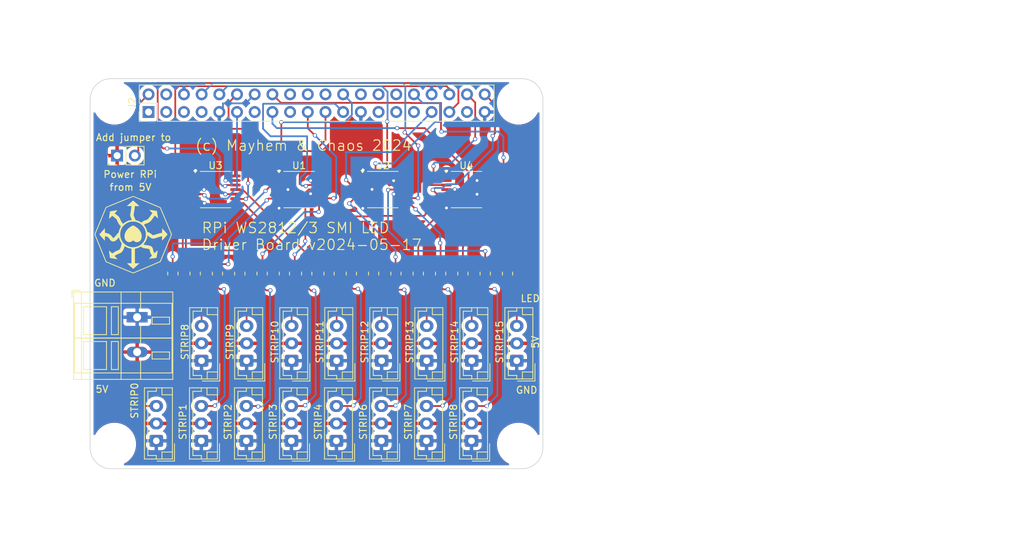
<source format=kicad_pcb>
(kicad_pcb (version 20240108) (generator "pcbnew") (generator_version "8.0")
  (layers (0 "F.Cu" signal) (31 "B.Cu" signal) (34 "B.Paste" user) (35 "F.Paste" user) (36 "B.SilkS" user "B.Silkscreen") (37 "F.SilkS" user "F.Silkscreen") (38 "B.Mask" user) (39 "F.Mask" user) (44 "Edge.Cuts" user))
  (net 0 "")
  (net 1 "/RPI_5V")
  (net 2 "Net-(J10-Pin_3)")
  (net 3 "Net-(J3-Pin_3)")
  (net 4 "Net-(J4-Pin_3)")
  (net 5 "Net-(J5-Pin_3)")
  (net 6 "Net-(J6-Pin_3)")
  (net 7 "Net-(J7-Pin_3)")
  (net 8 "Net-(J8-Pin_3)")
  (net 9 "Net-(J9-Pin_3)")
  (net 10 "Net-(J11-Pin_3)")
  (net 11 "Net-(J12-Pin_3)")
  (net 12 "Net-(J13-Pin_3)")
  (net 13 "Net-(J14-Pin_3)")
  (net 14 "Net-(J15-Pin_3)")
  (net 15 "Net-(J16-Pin_3)")
  (net 16 "Net-(J17-Pin_3)")
  (net 17 "Net-(JJ1-Pin_3)")
  (net 18 "/SHIFT6")
  (net 19 "/SHIFT8")
  (net 21 "/SHIFT4")
  (net 22 "/SHIFT12")
  (net 23 "/SHIFT11")
  (net 24 "/GND")
  (net 25 "/SHIFT14")
  (net 26 "/5V")
  (net 27 "/SHIFT13")
  (net 29 "/SHIFT9")
  (net 30 "/SHIFT3")
  (net 32 "/SHIFT10")
  (net 34 "/SHIFT15")
  (net 36 "/SHIFT7")
  (net 42 "/SHIFT2")
  (net 43 "/SHIFT5")
  (net 44 "/SHIFT1")
  (net 45 "/SHIFT0")
  (net 50 "/STRIP0")
  (net 51 "/STRIP1")
  (net 52 "/STRIP2")
  (net 53 "/STRIP3")
  (net 54 "/STRIP4")
  (net 55 "/STRIP5")
  (net 56 "/STRIP6")
  (net 57 "/STRIP7")
  (net 58 "/STRIP8")
  (net 59 "/STRIP9")
  (net 60 "/STRIP10")
  (net 61 "/STRIP11")
  (net 62 "/STRIP12")
  (net 63 "/STRIP13")
  (net 64 "/STRIP14")
  (net 65 "/STRIP15")
  (footprint "Connector_JST:JST_EH_B3B-EH-A_1x03_P2.50mm_Vertical" (layer "F.Cu") (at 146.392855 115.5 90)
    (property "Reference" "J4" (hide yes))
    (property "Value" "STRIP3" (hide yes))
  )
  (footprint "Resistor_SMD:R_0805_2012Metric" (layer "F.Cu") (at 138.9875 91.4875 -90)
    (property "Reference" "R10" (hide yes))
    (property "Value" "330" (hide yes))
  )
  (footprint "Connector_JST:JST_EH_B3B-EH-A_1x03_P2.50mm_Vertical" (layer "F.Cu") (at 133.5 104 90)
    (property "Reference" "J9" (hide yes))
    (property "Value" "STRIP8" (hide yes))
  )
  (footprint "Resistor_SMD:R_0805_2012Metric" (layer "F.Cu") (at 135.784375 91.4875 -90)
    (property "Reference" "R2" (hide yes))
    (property "Value" "330" (hide yes))
  )
  (footprint "Resistor_SMD:R_0805_2012Metric" (layer "F.Cu") (at 142.190625 91.4875 -90)
    (property "Reference" "R3" (hide yes))
    (property "Value" "330" (hide yes))
  )
  (footprint "Resistor_SMD:R_0805_2012Metric" (layer "F.Cu") (at 132.58125 91.4875 -90)
    (property "Reference" "R9" (hide yes))
    (property "Value" "330" (hide yes))
  )
  (footprint "Resistor_SMD:R_0805_2012Metric" (layer "F.Cu") (at 155.003125 91.4875 -90)
    (property "Reference" "R5" (hide yes))
    (property "Value" "330" (hide yes))
  )
  (footprint "Resistor_SMD:R_0805_2012Metric" (layer "F.Cu") (at 167.815625 91.4875 -90)
    (property "Reference" "R7" (hide yes))
    (property "Value" "330" (hide yes))
  )
  (footprint "Connector_JST:JST_EH_B3B-EH-A_1x03_P2.50mm_Vertical" (layer "F.Cu") (at 139.964285 104 90)
    (property "Reference" "J11" (hide yes))
    (property "Value" "STRIP9" (hide yes))
  )
  (footprint "Connector_JST:JST_EH_B3B-EH-A_1x03_P2.50mm_Vertical" (layer "F.Cu") (at 159.321425 115.5 90)
    (property "Reference" "J6" (hide yes))
    (property "Value" "STRIP5" (hide yes))
  )
  (footprint "Resistor_SMD:R_0805_2012Metric" (layer "F.Cu") (at 148.596875 91.4875 -90)
    (property "Reference" "R4" (hide yes))
    (property "Value" "330" (hide yes))
  )
  (footprint "Package_SO:TSSOP-14_4.4x5mm_P0.65mm" (layer "F.Cu") (at 147.508333 79.425)
    (property "Reference" "U1")
    (property "Value" "SN74AHCT125PWR" (hide yes))
  )
  (footprint "RPi_Hat:RPi_Hat_Mounting_Hole" (layer "F.Cu") (at 179 67)
    (property "Reference" "" (hide yes))
    (property "Value" "" (hide yes))
  )
  (footprint "Connector_JST:JST_EH_B3B-EH-A_1x03_P2.50mm_Vertical" (layer "F.Cu") (at 152.892855 104 90)
    (property "Reference" "J13" (hide yes))
    (property "Value" "STRIP11" (hide yes))
  )
  (footprint "Resistor_SMD:R_0805_2012Metric" (layer "F.Cu") (at 129.378125 91.4875 -90)
    (property "Reference" "R1" (hide yes))
    (property "Value" "330" (hide yes))
  )
  (footprint "Resistor_SMD:R_0805_2012Metric" (layer "F.Cu") (at 151.8 91.4875 -90)
    (property "Reference" "R12" (hide yes))
    (property "Value" "330" (hide yes))
  )
  (footprint "RPi_Hat:RPi_Hat_Mounting_Hole" (layer "F.Cu") (at 121 116)
    (property "Reference" "" (hide yes))
    (property "Value" "" (hide yes))
  )
  (footprint "Resistor_SMD:R_0805_2012Metric" (layer "F.Cu") (at 171.01875 91.4875 -90)
    (property "Reference" "R15" (hide yes))
    (property "Value" "330" (hide yes))
  )
  (footprint "Resistor_SMD:R_0805_2012Metric" (layer "F.Cu") (at 145.39375 91.4875 -90)
    (property "Reference" "R11" (hide yes))
    (property "Value" "330" (hide yes))
  )
  (footprint "Resistor_SMD:R_0805_2012Metric" (layer "F.Cu") (at 174.221875 91.4875 -90)
    (property "Reference" "R8" (hide yes))
    (property "Value" "330" (hide yes))
  )
  (footprint "Connector_JST:JST_EH_B3B-EH-A_1x03_P2.50mm_Vertical" (layer "F.Cu") (at 172.28571 104 90)
    (property "Reference" "J16" (hide yes))
    (property "Value" "STRIP14" (hide yes))
  )
  (footprint "Connector_JST:JST_EH_B3B-EH-A_1x03_P2.50mm_Vertical" (layer "F.Cu") (at 178.75 104 90)
    (property "Reference" "J17" (hide yes))
    (property "Value" "STRIP15" (hide yes))
  )
  (footprint "Resistor_SMD:R_0805_2012Metric" (layer "F.Cu") (at 161.409375 91.4875 -90)
    (property "Reference" "R6" (hide yes))
    (property "Value" "330" (hide yes))
  )
  (footprint "Connector_JST:JST_EH_B3B-EH-A_1x03_P2.50mm_Vertical" (layer "F.Cu") (at 152.85714 115.5 90)
    (property "Reference" "J5" (hide yes))
    (property "Value" "STRIP4" (hide yes))
  )
  (footprint "Connector_PinHeader_2.54mm:PinHeader_2x20_P2.54mm_Vertical" (layer "F.Cu") (at 125.89 68.29 90)
    (property "Reference" "J2")
    (property "Value" "RPi")
  )
  (footprint "Connector_JST:JST_EH_B3B-EH-A_1x03_P2.50mm_Vertical" (layer "F.Cu") (at 165.821425 104 90)
    (property "Reference" "J15" (hide yes))
    (property "Value" "STRIP13" (hide yes))
  )
  (footprint "Package_SO:TSSOP-14_4.4x5mm_P0.65mm" (layer "F.Cu") (at 171.525 79.425)
    (property "Reference" "U4")
    (property "Value" "SN74AHCT125PWR" (hide yes))
  )
  (footprint "RPi_Hat:RPi_Hat_Mounting_Hole" (layer "F.Cu") (at 179 116)
    (property "Reference" "" (hide yes))
    (property "Value" "" (hide yes))
  )
  (footprint "RPi_Hat:RPi_Hat_Mounting_Hole" (layer "F.Cu") (at 121 67)
    (property "Reference" "" (hide yes))
    (property "Value" "" (hide yes))
  )
  (footprint "mayhem:mayhem_logo_tiny" (layer "F.Cu") (at 123.65 85.9)
    (property "Reference" "G***" (hide yes))
    (property "Value" "LOGO" (hide yes))
  )
  (footprint "Connector_JST:JST_EH_B3B-EH-A_1x03_P2.50mm_Vertical" (layer "F.Cu") (at 159.35714 104 90)
    (property "Reference" "J14" (hide yes))
    (property "Value" "STRIP12" (hide yes))
  )
  (footprint "Resistor_SMD:R_0805_2012Metric" (layer "F.Cu") (at 164.6125 91.4875 -90)
    (property "Reference" "R14" (hide yes))
    (property "Value" "330" (hide yes))
  )
  (footprint "Package_SO:TSSOP-14_4.4x5mm_P0.65mm" (layer "F.Cu") (at 135.5 79.425)
    (property "Reference" "U3")
    (property "Value" "SN74AHCT125PWR" (hide yes))
  )
  (footprint "Connector_JST:JST_EH_B3B-EH-A_1x03_P2.50mm_Vertical" (layer "F.Cu") (at 165.78571 115.5 90)
    (property "Reference" "J7" (hide yes))
    (property "Value" "STRIP6" (hide yes))
  )
  (footprint "Connector_PinHeader_2.54mm:PinHeader_1x02_P2.54mm_Vertical" (layer "F.Cu") (at 121.375 74.55 90)
    (property "Reference" "J18" (hide yes))
    (property "Value" "RPI POWER JMP" (hide yes))
  )
  (footprint "Connector_JST:JST_EH_B3B-EH-A_1x03_P2.50mm_Vertical" (layer "F.Cu") (at 133.464285 115.5 90)
    (property "Reference" "JJ1" (hide yes))
    (property "Value" "STRIP1" (hide yes))
  )
  (footprint "Connector_JST:JST_EH_B3B-EH-A_1x03_P2.50mm_Vertical" (layer "F.Cu") (at 172.25 115.5 90)
    (property "Reference" "J8" (hide yes))
    (property "Value" "STRIP7" (hide yes))
  )
  (footprint "Package_SO:TSSOP-14_4.4x5mm_P0.65mm" (layer "F.Cu") (at 159.516666 79.425)
    (property "Reference" "U2")
    (property "Value" "SN74AHCT125PWR" (hide yes))
  )
  (footprint "Resistor_SMD:R_0805_2012Metric" (layer "F.Cu") (at 158.20625 91.4875 -90)
    (property "Reference" "R13" (hide yes))
    (property "Value" "330" (hide yes))
  )
  (footprint "Connector_JST:JST_EH_B3B-EH-A_1x03_P2.50mm_Vertical" (layer "F.Cu") (at 127 115.5 90)
    (property "Reference" "J10" (hide yes))
    (property "Value" "STRIP0" (hide yes))
  )
  (footprint "Connector_JST:JST_EH_B3B-EH-A_1x03_P2.50mm_Vertical" (layer "F.Cu") (at 139.92857 115.5 90)
    (property "Reference" "J3" (hide yes))
    (property "Value" "STRIP2" (hide yes))
  )
  (footprint "Connector_JST:JST_EH_B3B-EH-A_1x03_P2.50mm_Vertical" (layer "F.Cu") (at 146.42857 104 90)
    (property "Reference" "J12" (hide yes))
    (property "Value" "STRIP10" (hide yes))
  )
  (footprint "TerminalBlock_WAGO:TerminalBlock_WAGO_236-102_1x02_P5.00mm_45Degree" (layer "F.Cu") (at 124.25 97.75 -90)
    (property "Reference" "J1" (hide yes))
    (property "Value" "Screw_Terminal_01x02" (hide yes))
  )
  (footprint "Resistor_SMD:R_0805_2012Metric" (layer "F.Cu") (at 177.425 91.4875 -90)
    (property "Reference" "R16" (hide yes))
    (property "Value" "330" (hide yes))
  )
  (gr_line (start 120.5 63.5) (end 179.5 63.5) (stroke (width 0.1)) (layer "Edge.Cuts"))
  (gr_arc (start 120.5 119.5) (mid 118.37868 118.62132) (end 117.5 116.5) (stroke (width 0.1)) (layer "Edge.Cuts"))
  (gr_arc (start 117.5 66.5) (mid 118.37868 64.37868) (end 120.5 63.5) (stroke (width 0.1)) (layer "Edge.Cuts"))
  (gr_line (start 120.5 119.5) (end 179.5 119.5) (stroke (width 0.1)) (layer "Edge.Cuts"))
  (gr_arc (start 179.5 63.5) (mid 181.62132 64.37868) (end 182.5 66.5) (stroke (width 0.1)) (layer "Edge.Cuts"))
  (gr_line (start 117.5 66.5) (end 117.5 116.5) (stroke (width 0.1)) (layer "Edge.Cuts"))
  (gr_arc (start 182.5 116.5) (mid 181.62132 118.62132) (end 179.5 119.5) (stroke (width 0.1)) (layer "Edge.Cuts"))
  (gr_line (start 182.5 66.5) (end 182.5 116.5) (stroke (width 0.1)) (layer "Edge.Cuts"))
  (gr_text "Add jumper to" (at 118.25 72.525 0) (layer "F.SilkS") (effects (font (size 1 1)) (justify left bottom)))
  (gr_text "Power RPi" (at 119.325 77.825 0) (layer "F.SilkS") (effects (font (size 1 1)) (justify left bottom)))
  (gr_text "STRIP12" (at 157.514284 104.45 90) (layer "F.SilkS") (effects (font (size 1 1)) (justify left bottom)))
  (gr_text "STRIP8" (at 170.25 115.45 90) (layer "F.SilkS") (effects (font (size 1 1)) (justify left bottom)))
  (gr_text "STRIP4\n" (at 150.825 115.45 90) (layer "F.SilkS") (effects (font (size 1 1)) (justify left bottom)))
  (gr_text "STRIP10" (at 144.607142 104.45 90) (layer "F.SilkS") (effects (font (size 1 1)) (justify left bottom)))
  (gr_text "STRIP2\n" (at 137.875 115.45 90) (layer "F.SilkS") (effects (font (size 1 1)) (justify left bottom)))
  (gr_text "GND" (at 178.55 108.8 0) (layer "F.SilkS") (effects (font (size 1 1)) (justify left bottom)))
  (gr_text "5V" (at 182 102.325 90) (layer "F.SilkS") (effects (font (size 1 1)) (justify left bottom)))
  (gr_text "STRIP13" (at 163.967855 104.45 90) (layer "F.SilkS") (effects (font (size 1 1)) (justify left bottom)))
  (gr_text "STRIP8" (at 131.7 103.97381 90) (layer "F.SilkS") (effects (font (size 1 1)) (justify left bottom)))
  (gr_text "STRIP14" (at 170.421426 104.45 90) (layer "F.SilkS") (effects (font (size 1 1)) (justify left bottom)))
  (gr_text "STRIP7\n" (at 163.775 115.45 90) (layer "F.SilkS") (effects (font (size 1 1)) (justify left bottom)))
  (gr_text "STRIP11\n" (at 151.060713 104.45 90) (layer "F.SilkS") (effects (font (size 1 1)) (justify left bottom)))
  (gr_text "STRIP6\n" (at 157.3 115.45 90) (layer "F.SilkS") (effects (font (size 1 1)) (justify left bottom)))
  (gr_text "RPi WS2812/3 SMI LED\nDriver Board v2024-05-17" (at 133.425 88.225 0) (layer "F.SilkS") (effects (font (size 1.5 1.5)) (justify left bottom)))
  (gr_text "STRIP15\n" (at 176.875 104.45 90) (layer "F.SilkS") (effects (font (size 1 1)) (justify left bottom)))
  (gr_text "(c) Mayhem & Chaos 2024" (at 132.5 73.975 0) (layer "F.SilkS") (effects (font (size 1.5 1.5)) (justify left bottom)))
  (gr_text "GND" (at 118 93.425 0) (layer "F.SilkS") (effects (font (size 1 1)) (justify left bottom)))
  (gr_text "STRIP3\n" (at 144.35 115.45 90) (layer "F.SilkS") (effects (font (size 1 1)) (justify left bottom)))
  (gr_text "LED" (at 179.225 95.65 0) (layer "F.SilkS") (effects (font (size 1 1)) (justify left bottom)))
  (gr_text "from 5V" (at 120.2 79.675 0) (layer "F.SilkS") (effects (font (size 1 1)) (justify left bottom)))
  (gr_text "STRIP1" (at 131.4 115.45 90) (layer "F.SilkS") (effects (font (size 1 1)) (justify left bottom)))
  (gr_text "STRIP9" (at 138.153571 103.97381 90) (layer "F.SilkS") (effects (font (size 1 1)) (justify left bottom)))
  (gr_text "5V" (at 118.2 108.675 0) (layer "F.SilkS") (effects (font (size 1 1)) (justify left bottom)))
  (gr_text "STRIP0\n" (at 124.475 112.4 90) (layer "F.SilkS") (effects (font (size 1 1)) (justify left bottom)))
  (segment (start 124.415 67.225) (end 124.415 74.05) (width 0.25) (layer "F.Cu") (net 1))
  (segment (start 124.415 74.05) (end 123.915 74.55) (width 0.25) (layer "F.Cu") (net 1))
  (segment (start 124.415 67.225) (end 125.89 65.75) (width 0.25) (layer "F.Cu") (net 1))
  (segment (start 120.85 109.1) (end 120.85 93.625) (width 0.25) (layer "F.Cu") (net 2))
  (segment (start 122.075 92.4) (end 129.378125 92.4) (width 0.25) (layer "F.Cu") (net 2))
  (segment (start 127 110.5) (end 122.25 110.5) (width 0.25) (layer "F.Cu") (net 2))
  (segment (start 120.85 93.625) (end 122.075 92.4) (width 0.25) (layer "F.Cu") (net 2))
  (segment (start 127 110.5) (end 127.55 110.5) (width 0.25) (layer "F.Cu") (net 2))
  (segment (start 122.25 110.5) (end 120.85 109.1) (width 0.25) (layer "F.Cu") (net 2))
  (segment (start 142.775 93.9) (end 142.175 93.3) (width 0.25) (layer "F.Cu") (net 3))
  (segment (start 143.375 93.9) (end 142.775 93.9) (width 0.25) (layer "F.Cu") (net 3))
  (segment (start 139.92857 110.5) (end 141.55 110.5) (width 0.25) (layer "F.Cu") (net 3))
  (segment (start 142.190625 93.284375) (end 142.190625 92.4) (width 0.25) (layer "F.Cu") (net 3))
  (segment (start 142.175 93.3) (end 142.190625 93.284375) (width 0.25) (layer "F.Cu") (net 3))
  (segment (start 141.55 110.5) (end 141.625 110.575) (width 0.25) (layer "F.Cu") (net 3))
  (via (at 143.375 93.9) (size 0.6) (drill 0.4) (layers "F.Cu" "B.Cu") (net 3))
  (via (at 141.625 110.575) (size 0.6) (drill 0.4) (layers "F.Cu" "B.Cu") (net 3))
  (segment (start 143.325 109.525) (end 143.325 93.95) (width 0.25) (layer "B.Cu") (net 3))
  (segment (start 142.275 110.575) (end 143.325 109.525) (width 0.25) (layer "B.Cu") (net 3))
  (segment (start 141.625 110.575) (end 142.275 110.575) (width 0.25) (layer "B.Cu") (net 3))
  (segment (start 143.325 93.95) (end 143.375 93.9) (width 0.25) (layer "B.Cu") (net 3))
  (segment (start 148.375 110.4) (end 148.35 110.425) (width 0.25) (layer "F.Cu") (net 4))
  (segment (start 149.2 93.95) (end 148.596875 93.346875) (width 0.25) (layer "F.Cu") (net 4))
  (segment (start 148.596875 93.346875) (end 148.596875 92.4) (width 0.25) (layer "F.Cu") (net 4))
  (segment (start 146.392855 110.5) (end 148.275 110.5) (width 0.25) (layer "F.Cu") (net 4))
  (segment (start 149.65 93.95) (end 149.2 93.95) (width 0.25) (layer "F.Cu") (net 4))
  (segment (start 148.275 110.5) (end 148.375 110.4) (width 0.25) (layer "F.Cu") (net 4))
  (via (at 149.65 93.95) (size 0.6) (drill 0.4) (layers "F.Cu" "B.Cu") (net 4))
  (via (at 148.375 110.4) (size 0.6) (drill 0.4) (layers "F.Cu" "B.Cu") (net 4))
  (segment (start 148.375 110.4) (end 149.875 108.9) (width 0.25) (layer "B.Cu") (net 4))
  (segment (start 149.875 108.9) (end 149.875 94.175) (width 0.25) (layer "B.Cu") (net 4))
  (segment (start 149.875 94.175) (end 149.65 93.95) (width 0.25) (layer "B.Cu") (net 4))
  (segment (start 155.275 93.675) (end 155 93.4) (width 0.25) (layer "F.Cu") (net 5))
  (segment (start 155.95 93.675) (end 155.275 93.675) (width 0.25) (layer "F.Cu") (net 5))
  (segment (start 155.3 110.4) (end 155.275 110.425) (width 0.25) (layer "F.Cu") (net 5))
  (segment (start 155 93.4) (end 155.003125 93.396875) (width 0.25) (layer "F.Cu") (net 5))
  (segment (start 155.3 110.425) (end 155.3 110.4) (width 0.25) (layer "F.Cu") (net 5))
  (segment (start 155.275 110.425) (end 155.3 110.425) (width 0.25) (layer "F.Cu") (net 5))
  (segment (start 155.003125 93.396875) (end 155.003125 92.4) (width 0.25) (layer "F.Cu") (net 5))
  (segment (start 155.2 110.5) (end 155.275 110.425) (width 0.25) (layer "F.Cu") (net 5))
  (segment (start 152.85714 110.5) (end 155.2 110.5) (width 0.25) (layer "F.Cu") (net 5))
  (via (at 155.95 93.675) (size 0.6) (drill 0.4) (layers "F.Cu" "B.Cu") (net 5))
  (via (at 155.3 110.425) (size 0.6) (drill 0.4) (layers "F.Cu" "B.Cu") (net 5))
  (segment (start 155.3 110.425) (end 156.375 109.35) (width 0.25) (layer "B.Cu") (net 5))
  (segment (start 156.375 109.35) (end 156.375 94.1) (width 0.25) (layer "B.Cu") (net 5))
  (segment (start 156.375 94.1) (end 155.95 93.675) (width 0.25) (layer "B.Cu") (net 5))
  (segment (start 161.275 110.425) (end 161.35 110.425) (width 0.25) (layer "F.Cu") (net 6))
  (segment (start 161.409375 93.390625) (end 161.409375 92.4) (width 0.25) (layer "F.Cu") (net 6))
  (segment (start 161.35 110.425) (end 161.35 110.35) (width 0.25) (layer "F.Cu") (net 6))
  (segment (start 161.2 110.5) (end 161.275 110.425) (width 0.25) (layer "F.Cu") (net 6))
  (segment (start 161.75 93.8) (end 161.375 93.425) (width 0.25) (layer "F.Cu") (net 6))
  (segment (start 161.375 93.425) (end 161.409375 93.390625) (width 0.25) (layer "F.Cu") (net 6))
  (segment (start 159.321425 110.5) (end 161.2 110.5) (width 0.25) (layer "F.Cu") (net 6))
  (segment (start 161.35 110.35) (end 161.225 110.475) (width 0.25) (layer "F.Cu") (net 6))
  (segment (start 162.6 93.8) (end 161.75 93.8) (width 0.25) (layer "F.Cu") (net 6))
  (via (at 162.6 93.8) (size 0.6) (drill 0.4) (layers "F.Cu" "B.Cu") (net 6))
  (via (at 161.35 110.425) (size 0.6) (drill 0.4) (layers "F.Cu" "B.Cu") (net 6))
  (segment (start 162.6 93.95) (end 162.6 93.8) (width 0.25) (layer "B.Cu") (net 6))
  (segment (start 162.825 94.175) (end 162.6 93.95) (width 0.25) (layer "B.Cu") (net 6))
  (segment (start 162.825 108.95) (end 162.825 94.175) (width 0.25) (layer "B.Cu") (net 6))
  (segment (start 161.35 110.425) (end 162.825 108.95) (width 0.25) (layer "B.Cu") (net 6))
  (segment (start 165.78571 110.5) (end 167.975 110.5) (width 0.25) (layer "F.Cu") (net 7))
  (segment (start 168.1 110.45) (end 168.1 110.375) (width 0.25) (layer "F.Cu") (net 7))
  (segment (start 167.815625 93.365625) (end 167.815625 92.4) (width 0.25) (layer "F.Cu") (net 7))
  (segment (start 168.025 110.45) (end 168.1 110.45) (width 0.25) (layer "F.Cu") (net 7))
  (segment (start 168.1 110.375) (end 168.075 110.4) (width 0.25) (layer "F.Cu") (net 7))
  (segment (start 168.2 93.75) (end 167.815625 93.365625) (width 0.25) (layer "F.Cu") (net 7))
  (segment (start 167.975 110.5) (end 168.025 110.45) (width 0.25) (layer "F.Cu") (net 7))
  (segment (start 168.875 93.75) (end 168.2 93.75) (width 0.25) (layer "F.Cu") (net 7))
  (via (at 168.1 110.45) (size 0.6) (drill 0.4) (layers "F.Cu" "B.Cu") (net 7))
  (via (at 168.875 93.75) (size 0.6) (drill 0.4) (layers "F.Cu" "B.Cu") (net 7))
  (segment (start 168.1 110.45) (end 169.35 109.2) (width 0.25) (layer "B.Cu") (net 7))
  (segment (start 169.35 109.2) (end 169.35 94.225) (width 0.25) (layer "B.Cu") (net 7))
  (segment (start 169.35 94.225) (end 168.875 93.75) (width 0.25) (layer "B.Cu") (net 7))
  (segment (start 175.55 93.7) (end 174.625 93.7) (width 0.25) (layer "F.Cu") (net 8))
  (segment (start 172.25 110.5) (end 174.425 110.5) (width 0.25) (layer "F.Cu") (net 8))
  (segment (start 174.221875 93.296875) (end 174.221875 92.4) (width 0.25) (layer "F.Cu") (net 8))
  (segment (start 174.625 93.7) (end 174.221875 93.296875) (width 0.25) (layer "F.Cu") (net 8))
  (via (at 174.425 110.5) (size 0.6) (drill 0.4) (layers "F.Cu" "B.Cu") (net 8))
  (via (at 175.55 93.7) (size 0.6) (drill 0.4) (layers "F.Cu" "B.Cu") (net 8))
  (segment (start 175.975 94.125) (end 175.55 93.7) (width 0.25) (layer "B.Cu") (net 8))
  (segment (start 174.425 110.5) (end 175.975 108.95) (width 0.25) (layer "B.Cu") (net 8))
  (segment (start 175.975 108.95) (end 175.975 94.125) (width 0.25) (layer "B.Cu") (net 8))
  (segment (start 133.5 93.825) (end 133.575 93.75) (width 0.25) (layer "F.Cu") (net 9))
  (segment (start 133.575 93.75) (end 132.58125 92.75625) (width 0.25) (layer "F.Cu") (net 9))
  (segment (start 133.5 99) (end 133.5 93.825) (width 0.25) (layer "F.Cu") (net 9))
  (segment (start 132.58125 92.75625) (end 132.58125 92.4) (width 0.25) (layer "F.Cu") (net 9))
  (segment (start 139.964285 93.376785) (end 138.9875 92.4) (width 0.25) (layer "F.Cu") (net 10))
  (segment (start 139.964285 99) (end 139.964285 93.376785) (width 0.25) (layer "F.Cu") (net 10))
  (segment (start 146.42857 94.10357) (end 145.39375 93.06875) (width 0.25) (layer "F.Cu") (net 11))
  (segment (start 146.42857 99) (end 146.42857 94.10357) (width 0.25) (layer "F.Cu") (net 11))
  (segment (start 145.39375 93.06875) (end 145.39375 92.4) (width 0.25) (layer "F.Cu") (net 11))
  (segment (start 152.892855 99) (end 152.892855 94.167855) (width 0.25) (layer "F.Cu") (net 12))
  (segment (start 152.892855 94.167855) (end 151.8 93.075) (width 0.25) (layer "F.Cu") (net 12))
  (segment (start 151.8 93.075) (end 151.8 92.4) (width 0.25) (layer "F.Cu") (net 12))
  (segment (start 159.35714 94.20714) (end 158.20625 93.05625) (width 0.25) (layer "F.Cu") (net 13))
  (segment (start 159.35714 99) (end 159.35714 94.20714) (width 0.25) (layer "F.Cu") (net 13))
  (segment (start 158.20625 93.05625) (end 158.20625 92.4) (width 0.25) (layer "F.Cu") (net 13))
  (segment (start 164.6125 92.9875) (end 164.6125 92.4) (width 0.25) (layer "F.Cu") (net 14))
  (segment (start 165.821425 99) (end 165.821425 94.196425) (width 0.25) (layer "F.Cu") (net 14))
  (segment (start 165.821425 94.196425) (end 164.6125 92.9875) (width 0.25) (layer "F.Cu") (net 14))
  (segment (start 172.28571 93.91429) (end 172.3 93.9) (width 0.25) (layer "F.Cu") (net 15))
  (segment (start 172.28571 99) (end 172.28571 93.91429) (width 0.25) (layer "F.Cu") (net 15))
  (segment (start 171.01875 92.61875) (end 171.01875 92.4) (width 0.25) (layer "F.Cu") (net 15))
  (segment (start 172.3 93.9) (end 171.01875 92.61875) (width 0.25) (layer "F.Cu") (net 15))
  (segment (start 178.75 93.95) (end 177.425 92.625) (width 0.25) (layer "F.Cu") (net 16))
  (segment (start 178.75 99) (end 178.75 93.95) (width 0.25) (layer "F.Cu") (net 16))
  (segment (start 177.425 92.625) (end 177.425 92.4) (width 0.25) (layer "F.Cu") (net 16))
  (segment (start 136.7 93.725) (end 136.1 93.725) (width 0.25) (layer "F.Cu") (net 17))
  (segment (start 133.464285 110.5) (end 135.325 110.5) (width 0.25) (layer "F.Cu") (net 17))
  (segment (start 135.784375 93.409375) (end 135.784375 92.4) (width 0.25) (layer "F.Cu") (net 17))
  (segment (start 135.4 110.45) (end 135.4 110.425) (width 0.25) (layer "F.Cu") (net 17))
  (segment (start 135.375 110.45) (end 135.4 110.45) (width 0.25) (layer "F.Cu") (net 17))
  (segment (start 135.4 110.425) (end 135.375 110.45) (width 0.25) (layer "F.Cu") (net 17))
  (segment (start 136.1 93.725) (end 135.784375 93.409375) (width 0.25) (layer "F.Cu") (net 17))
  (segment (start 135.325 110.5) (end 135.375 110.45) (width 0.25) (layer "F.Cu") (net 17))
  (via (at 135.4 110.45) (size 0.6) (drill 0.4) (layers "F.Cu" "B.Cu") (net 17))
  (via (at 136.7 93.725) (size 0.6) (drill 0.4) (layers "F.Cu" "B.Cu") (net 17))
  (segment (start 136.8 93.825) (end 136.7 93.725) (width 0.25) (layer "B.Cu") (net 17))
  (segment (start 135.4 110.45) (end 136.8 109.05) (width 0.25) (layer "B.Cu") (net 17))
  (segment (start 136.8 109.05) (end 136.8 93.825) (width 0.25) (layer "B.Cu") (net 17))
  (segment (start 162.454166 80.65) (end 162.379166 80.725) (width 0.25) (layer "F.Cu") (net 18))
  (segment (start 164.575 80.65) (end 162.454166 80.65) (width 0.25) (layer "F.Cu") (net 18))
  (segment (start 164.575 73.125) (end 164.6 73.125) (width 0.25) (layer "F.Cu") (net 18))
  (segment (start 162.675 71.225) (end 164.575 73.125) (width 0.25) (layer "F.Cu") (net 18))
  (via (at 162.675 71.225) (size 0.6) (drill 0.4) (layers "F.Cu" "B.Cu") (net 18))
  (via (at 164.6 73.125) (size 0.6) (drill 0.4) (layers "F.Cu" "B.Cu") (net 18))
  (via (at 164.575 80.65) (size 0.6) (drill 0.4) (layers "F.Cu" "B.Cu") (net 18))
  (segment (start 162.75 64.475) (end 162.75 71.125) (width 0.25) (layer "B.Cu") (net 18))
  (segment (start 164.6 73.125) (end 164.6 80.625) (width 0.25) (layer "B.Cu") (net 18))
  (segment (start 164.6 80.625) (end 164.575 80.65) (width 0.25) (layer "B.Cu") (net 18))
  (segment (start 162.4 64.125) (end 162.75 64.475) (width 0.25) (layer "B.Cu") (net 18))
  (segment (start 135.135 64.125) (end 162.4 64.125) (width 0.25) (layer "B.Cu") (net 18))
  (segment (start 162.675 71.2) (end 162.675 71.225) (width 0.25) (layer "B.Cu") (net 18))
  (segment (start 133.51 65.75) (end 135.135 64.125) (width 0.25) (layer "B.Cu") (net 18))
  (segment (start 162.75 71.125) (end 162.675 71.2) (width 0.25) (layer "B.Cu") (net 18))
  (segment (start 169.07 64.97) (end 168.675 64.575) (width 0.25) (layer "F.Cu") (net 19))
  (segment (start 130.225 64.575) (end 129.725 65.075) (width 0.25) (layer "F.Cu") (net 19))
  (segment (start 169.07 65.75) (end 169.07 64.97) (width 0.25) (layer "F.Cu") (net 19))
  (segment (start 168.675 64.575) (end 130.225 64.575) (width 0.25) (layer "F.Cu") (net 19))
  (segment (start 129.725 77.925) (end 129.925 78.125) (width 0.25) (layer "F.Cu") (net 19))
  (segment (start 129.725 65.075) (end 129.725 77.925) (width 0.25) (layer "F.Cu") (net 19))
  (segment (start 129.925 78.125) (end 132.6375 78.125) (width 0.25) (layer "F.Cu") (net 19))
  (segment (start 158.475 75.675) (end 158.475 77.925) (width 0.25) (layer "F.Cu") (net 21))
  (segment (start 158.475 77.925) (end 158.275 78.125) (width 0.25) (layer "F.Cu") (net 21))
  (segment (start 158.275 78.125) (end 156.654166 78.125) (width 0.25) (layer "F.Cu") (net 21))
  (via (at 158.475 75.675) (size 0.6) (drill 0.4) (layers "F.Cu" "B.Cu") (net 21))
  (segment (start 165.265 67.025) (end 167.725 67.025) (width 0.25) (layer "B.Cu") (net 21))
  (segment (start 167.725 69.65) (end 167.65 69.725) (width 0.25) (layer "B.Cu") (net 21))
  (segment (start 167.65 69.725) (end 167 69.725) (width 0.25) (layer "B.Cu") (net 21))
  (segment (start 163.99 65.75) (end 165.265 67.025) (width 0.25) (layer "B.Cu") (net 21))
  (segment (start 167.725 67.025) (end 167.725 69.65) (width 0.25) (layer "B.Cu") (net 21))
  (segment (start 161.05 75.675) (end 158.475 75.675) (width 0.25) (layer "B.Cu") (net 21))
  (segment (start 167 69.725) (end 161.05 75.675) (width 0.25) (layer "B.Cu") (net 21))
  (segment (start 168.6625 78.125) (end 166.875 78.125) (width 0.25) (layer "F.Cu") (net 22))
  (segment (start 172.785 72.165) (end 172.775 72.175) (width 0.25) (layer "F.Cu") (net 22))
  (segment (start 166.8 78.05) (end 166.8 76.075) (width 0.25) (layer "F.Cu") (net 22))
  (segment (start 172.785 66.925) (end 172.785 72.165) (width 0.25) (layer "F.Cu") (net 22))
  (segment (start 166.875 78.125) (end 166.8 78.05) (width 0.25) (layer "F.Cu") (net 22))
  (segment (start 171.61 65.75) (end 172.785 66.925) (width 0.25) (layer "F.Cu") (net 22))
  (via (at 166.8 76.075) (size 0.6) (drill 0.4) (layers "F.Cu" "B.Cu") (net 22))
  (via (at 172.775 72.175) (size 0.6) (drill 0.4) (layers "F.Cu" "B.Cu") (net 22))
  (segment (start 169.4 75.55) (end 166.975 75.55) (width 0.25) (layer "B.Cu") (net 22))
  (segment (start 166.8 76.075) (end 166.8 75.725) (width 0.25) (layer "B.Cu") (net 22))
  (segment (start 166.8 75.725) (end 166.975 75.55) (width 0.25) (layer "B.Cu") (net 22))
  (segment (start 172.775 72.175) (end 169.4 75.55) (width 0.25) (layer "B.Cu") (net 22))
  (segment (start 136.87294 78.921283) (end 137.019223 78.775) (width 0.25) (layer "F.Cu") (net 23))
  (segment (start 137.019223 78.775) (end 138.3625 78.775) (width 0.25) (layer "F.Cu") (net 23))
  (segment (start 170.375 64.175) (end 170.325 64.125) (width 0.25) (layer "F.Cu") (net 23))
  (segment (start 169.07 68.29) (end 170.375 66.985) (width 0.25) (layer "F.Cu") (net 23))
  (segment (start 170.375 66.985) (end 170.375 64.175) (width 0.25) (layer "F.Cu") (net 23))
  (segment (start 127.2 72.725) (end 128 73.525) (width 0.25) (layer "F.Cu") (net 23))
  (segment (start 128 73.525) (end 128.55 73.525) (width 0.25) (layer "F.Cu") (net 23))
  (segment (start 127.2 64.125) (end 127.2 72.725) (width 0.25) (layer "F.Cu") (net 23))
  (segment (start 170.325 64.125) (end 127.2 64.125) (width 0.25) (layer "F.Cu") (net 23))
  (via (at 136.87294 78.921283) (size 0.6) (drill 0.4) (layers "F.Cu" "B.Cu") (net 23))
  (via (at 128.55 73.525) (size 0.6) (drill 0.4) (layers "F.Cu" "B.Cu") (net 23))
  (segment (start 134.975 73.525) (end 136.1 74.65) (width 0.25) (layer "B.Cu") (net 23))
  (segment (start 136.875 78.9) (end 136.875 78.919223) (width 0.25) (layer "B.Cu") (net 23))
  (segment (start 136.875 78.919223) (end 136.87294 78.921283) (width 0.25) (layer "B.Cu") (net 23))
  (segment (start 136.1 78.5) (end 136.5 78.9) (width 0.25) (layer "B.Cu") (net 23))
  (segment (start 136.1 74.65) (end 136.1 78.5) (width 0.25) (layer "B.Cu") (net 23))
  (segment (start 128.55 73.525) (end 134.975 73.525) (width 0.25) (layer "B.Cu") (net 23))
  (segment (start 136.5 78.9) (end 136.875 78.9) (width 0.25) (layer "B.Cu") (net 23))
  (segment (start 162.379166 80.075) (end 161.1 80.075) (width 0.25) (layer "F.Cu") (net 24))
  (segment (start 174.3875 78.125) (end 173.05 78.125) (width 0.25) (layer "F.Cu") (net 24))
  (segment (start 161.1 78.125) (end 161.075 78.15) (width 0.25) (layer "F.Cu") (net 24))
  (segment (start 136.95 80.075) (end 136.925 80.1) (width 0.25) (layer "F.Cu") (net 24))
  (segment (start 156.654166 81.375) (end 156.654166 82.120834) (width 0.25) (layer "F.Cu") (net 24))
  (segment (start 144.645833 76.754167) (end 144.65 76.75) (width 0.25) (layer "F.Cu") (net 24))
  (segment (start 156.654166 76.620834) (end 156.675 76.6) (width 0.25) (layer "F.Cu") (net 24))
  (segment (start 144.645833 82.079167) (end 144.625 82.1) (width 0.25) (layer "F.Cu") (net 24))
  (segment (start 174.3875 80.075) (end 173.075 80.075) (width 0.25) (layer "F.Cu") (net 24))
  (segment (start 132.6375 81.375) (end 133.9 81.375) (width 0.25) (layer "F.Cu") (net 24))
  (segment (start 144.645833 81.375) (end 144.645833 82.079167) (width 0.25) (layer "F.Cu") (net 24))
  (segment (start 138.3625 80.075) (end 136.95 80.075) (width 0.25) (layer "F.Cu") (net 24))
  (segment (start 168.6625 81.375) (end 168.6625 82.0625) (width 0.25) (layer "F.Cu") (net 24))
  (segment (start 168.675 82.075) (end 168.6625 82.0625) (width 0.25) (layer "F.Cu") (net 24))
  (segment (start 156.654166 79.425) (end 157.95 79.425) (width 0.25) (layer "F.Cu") (net 24))
  (segment (start 144.645833 79.425) (end 145.9 79.425) (width 0.25) (layer "F.Cu") (net 24))
  (segment (start 132.6375 76.6875) (end 132.625 76.675) (width 0.25) (layer "F.Cu") (net 24))
  (segment (start 138.3625 78.125) (end 136.95 78.125) (width 0.25) (layer "F.Cu") (net 24))
  (segment (start 162.379166 78.125) (end 161.1 78.125) (width 0.25) (layer "F.Cu") (net 24))
  (segment (start 136.925 78.1) (end 136.95 78.125) (width 0.25) (layer "F.Cu") (net 24))
  (segment (start 156.654166 82.120834) (end 156.65 82.125) (width 0.25) (layer "F.Cu") (net 24))
  (segment (start 150.370833 80.075) (end 149.2 80.075) (width 0.25) (layer "F.Cu") (net 24))
  (segment (start 173.075 80.075) (end 173.05 80.1) (width 0.25) (layer "F.Cu") (net 24))
  (segment (start 132.6375 79.425) (end 133.85 79.425) (width 0.25) (layer "F.Cu") (net 24))
  (segment (start 168.6625 77.475) (end 168.6625 76.7625) (width 0.25) (layer "F.Cu") (net 24))
  (segment (start 169.825 79.425) (end 169.85 79.4) (width 0.25) (layer "F.Cu") (net 24))
  (segment (start 157.95 79.425) (end 157.975 79.4) (width 0.25) (layer "F.Cu") (net 24))
  (segment (start 168.6625 79.425) (end 169.825 79.425) (width 0.25) (layer "F.Cu") (net 24))
  (segment (start 144.645833 77.475) (end 144.645833 76.754167) (width 0.25) (layer "F.Cu") (net 24))
  (segment (start 156.654166 77.475) (end 156.654166 76.620834) (width 0.25) (layer "F.Cu") (net 24))
  (segment (start 132.6375 77.475) (end 132.6375 76.6875) (width 0.25) (layer "F.Cu") (net 24))
  (segment (start 150.370833 78.125) (end 149.15 78.125) (width 0.25) (layer "F.Cu") (net 24))
  (segment (start 168.6625 76.7625) (end 168.675 76.75) (width 0.25) (layer "F.Cu") (net 24))
  (segment (start 149.2 80.075) (end 149.15 80.025) (width 0.25) (layer "F.Cu") (net 24))
  (via (at 156.675 76.6) (size 0.6) (drill 0.4) (layers "F.Cu" "B.Cu") (net 24))
  (via (at 149.15 80.025) (size 0.6) (drill 0.4) (layers "F.Cu" "B.Cu") (net 24))
  (via (at 169.85 79.4) (size 0.6) (drill 0.4) (layers "F.Cu" "B.Cu") (net 24))
  (via (at 136.95 78.125) (size 0.6) (drill 0.4) (layers "F.Cu" "B.Cu") (net 24))
  (via (at 145.9 79.425) (size 0.6) (drill 0.4) (layers "F.Cu" "B.Cu") (net 24))
  (via (at 144.65 76.75) (size 0.6) (drill 0.4) (layers "F.Cu" "B.Cu") (net 24))
  (via (at 136.925 80.1) (size 0.6) (drill 0.4) (layers "F.Cu" "B.Cu") (net 24))
  (via (at 157.975 79.4) (size 0.6) (drill 0.4) (layers "F.Cu" "B.Cu") (net 24))
  (via (at 161.1 80.075) (size 0.6) (drill 0.4) (layers "F.Cu" "B.Cu") (net 24))
  (via (at 149.15 78.125) (size 0.6) (drill 0.4) (layers "F.Cu" "B.Cu") (net 24))
  (via (at 133.9 81.375) (size 0.6) (drill 0.4) (layers "F.Cu" "B.Cu") (net 24))
  (via (at 161.075 78.15) (size 0.6) (drill 0.4) (layers "F.Cu" "B.Cu") (net 24))
  (via (at 132.625 76.675) (size 0.6) (drill 0.4) (layers "F.Cu" "B.Cu") (net 24))
  (via (at 144.625 82.1) (size 0.6) (drill 0.4) (layers "F.Cu" "B.Cu") (net 24))
  (via (at 173.05 80.1) (size 0.6) (drill 0.4) (layers "F.Cu" "B.Cu") (net 24))
  (via (at 133.85 79.425) (size 0.6) (drill 0.4) (layers "F.Cu" "B.Cu") (net 24))
  (via (at 168.675 76.75) (size 0.6) (drill 0.4) (layers "F.Cu" "B.Cu") (net 24))
  (via (at 156.65 82.125) (size 0.6) (drill 0.4) (layers "F.Cu" "B.Cu") (net 24))
  (via (at 168.6625 82.0625) (size 0.6) (drill 0.4) (layers "F.Cu" "B.Cu") (net 24))
  (via (at 173.05 78.125) (size 0.6) (drill 0.4) (layers "F.Cu" "B.Cu") (net 24))
  (segment (start 139.83 67.05) (end 136.575 67.05) (width 0.25) (layer "B.Cu") (net 24))
  (segment (start 136.575 67.765) (end 136.05 68.29) (width 0.25) (layer "B.Cu") (net 24))
  (segment (start 141.13 65.75) (end 139.83 67.05) (width 0.25) (layer "B.Cu") (net 24))
  (segment (start 136.575 67.05) (end 136.575 67.765) (width 0.25) (layer "B.Cu") (net 24))
  (segment (start 161.575 70.6) (end 165.55 70.6) (width 0.25) (layer "F.Cu") (net 25))
  (segment (start 171.825 76.875) (end 171.825 80.325) (width 0.25) (layer "F.Cu") (net 25))
  (segment (start 165.55 70.6) (end 171.825 76.875) (width 0.25) (layer "F.Cu") (net 25))
  (segment (start 172.225 80.725) (end 174.3875 80.725) (width 0.25) (layer "F.Cu") (net 25))
  (segment (start 171.825 80.325) (end 172.225 80.725) (width 0.25) (layer "F.Cu") (net 25))
  (via (at 161.575 70.6) (size 0.6) (drill 0.4) (layers "F.Cu" "B.Cu") (net 25))
  (segment (start 143.67 68.29) (end 143.67 69.97) (width 0.25) (layer "B.Cu") (net 25))
  (segment (start 144.3 70.6) (end 161.575 70.6) (width 0.25) (layer "B.Cu") (net 25))
  (segment (start 143.67 69.97) (end 144.3 70.6) (width 0.25) (layer "B.Cu") (net 25))
  (segment (start 176.1 77.475) (end 176.125 77.45) (width 0.25) (layer "F.Cu") (net 26))
  (segment (start 174.3875 77.475) (end 176.1 77.475) (width 0.25) (layer "F.Cu") (net 26))
  (segment (start 162.379166 77.475) (end 163.55 77.475) (width 0.25) (layer "F.Cu") (net 26))
  (segment (start 175.625 71.35) (end 175.3 71.675) (width 0.25) (layer "F.Cu") (net 27))
  (segment (start 166.7 79.475) (end 167.25 80.025) (width 0.25) (layer "F.Cu") (net 27))
  (segment (start 167.475 80.075) (end 168.6625 80.075) (width 0.25) (layer "F.Cu") (net 27))
  (segment (start 167.425 80.025) (end 167.475 80.075) (width 0.25) (layer "F.Cu") (net 27))
  (segment (start 174.15 65.75) (end 175.6 67.2) (width 0.25) (layer "F.Cu") (net 27))
  (segment (start 175.625 67.2) (end 175.625 71.35) (width 0.25) (layer "F.Cu") (net 27))
  (segment (start 175.6 67.2) (end 175.625 67.2) (width 0.25) (layer "F.Cu") (net 27))
  (segment (start 175.3 71.675) (end 175.3 71.725) (width 0.25) (layer "F.Cu") (net 27))
  (segment (start 167.25 80.025) (end 167.425 80.025) (width 0.25) (layer "F.Cu") (net 27))
  (via (at 175.3 71.725) (size 0.6) (drill 0.4) (layers "F.Cu" "B.Cu") (net 27))
  (via (at 166.7 79.475) (size 0.6) (drill 0.4) (layers "F.Cu" "B.Cu") (net 27))
  (segment (start 168.15 79.2) (end 166.975 79.2) (width 0.25) (layer "B.Cu") (net 27))
  (segment (start 170.175 78.65) (end 168.7 78.65) (width 0.25) (layer "B.Cu") (net 27))
  (segment (start 175.3 71.725) (end 175.3 73.525) (width 0.25) (layer "B.Cu") (net 27))
  (segment (start 175.3 73.525) (end 170.175 78.65) (width 0.25) (layer "B.Cu") (net 27))
  (segment (start 166.975 79.2) (end 166.7 79.475) (width 0.25) (layer "B.Cu") (net 27))
  (segment (start 168.7 78.65) (end 168.15 79.2) (width 0.25) (layer "B.Cu") (net 27))
  (segment (start 133.9 80.25) (end 133.725 80.075) (width 0.25) (layer "F.Cu") (net 29))
  (segment (start 133.725 80.075) (end 132.6375 80.075) (width 0.25) (layer "F.Cu") (net 29))
  (via (at 133.9 80.25) (size 0.6) (drill 0.4) (layers "F.Cu" "B.Cu") (net 29))
  (segment (start 138.59 68.29) (end 138.59 79.135) (width 0.25) (layer "B.Cu") (net 29))
  (segment (start 134.375 80.725) (end 133.9 80.25) (width 0.25) (layer "B.Cu") (net 29))
  (segment (start 137.675 80.233884) (end 137.183884 80.725) (width 0.25) (layer "B.Cu") (net 29))
  (segment (start 137.675 80.05) (end 137.675 80.233884) (width 0.25) (layer "B.Cu") (net 29))
  (segment (start 138.59 79.135) (end 137.675 80.05) (width 0.25) (layer "B.Cu") (net 29))
  (segment (start 137.183884 80.725) (end 134.375 80.725) (width 0.25) (layer "B.Cu") (net 29))
  (segment (start 148.475 78.925) (end 148.625 78.775) (width 0.25) (layer "F.Cu") (net 30))
  (segment (start 148.625 78.775) (end 150.370833 78.775) (width 0.25) (layer "F.Cu") (net 30))
  (via (at 148.475 78.925) (size 0.6) (drill 0.4) (layers "F.Cu" "B.Cu") (net 30))
  (segment (start 147.725 77.7) (end 147.725 78.7) (width 0.25) (layer "B.Cu") (net 30))
  (segment (start 147.725 78.7) (end 147.9 78.875) (width 0.25) (layer "B.Cu") (net 30))
  (segment (start 143.4 71.775) (end 148.65 71.775) (width 0.25) (layer "B.Cu") (net 30))
  (segment (start 148.425 78.875) (end 148.475 78.925) (width 0.25) (layer "B.Cu") (net 30))
  (segment (start 148.65 71.775) (end 148.65 76.775) (width 0.25) (layer "B.Cu") (net 30))
  (segment (start 148.65 76.775) (end 147.725 77.7) (width 0.25) (layer "B.Cu") (net 30))
  (segment (start 142.325 67.15) (end 142.325 70.7) (width 0.25) (layer "B.Cu") (net 30))
  (segment (start 152.64 67.1) (end 142.375 67.1) (width 0.25) (layer "B.Cu") (net 30))
  (segment (start 153.83 68.29) (end 152.64 67.1) (width 0.25) (layer "B.Cu") (net 30))
  (segment (start 142.325 70.7) (end 143.4 71.775) (width 0.25) (layer "B.Cu") (net 30))
  (segment (start 147.9 78.875) (end 148.425 78.875) (width 0.25) (layer "B.Cu") (net 30))
  (segment (start 142.375 67.1) (end 142.325 67.15) (width 0.25) (layer "B.Cu") (net 30))
  (segment (start 139.275 70.7) (end 140.175 71.6) (width 0.25) (layer "F.Cu") (net 32))
  (segment (start 138.4125 80.775) (end 138.3625 80.725) (width 0.25) (layer "F.Cu") (net 32))
  (segment (start 140.175 71.6) (end 140.175 78.525) (width 0.25) (layer "F.Cu") (net 32))
  (segment (start 137.375 70.7) (end 139.275 70.7) (width 0.25) (layer "F.Cu") (net 32))
  (segment (start 137.375 66.965) (end 137.375 70.7) (width 0.25) (layer "F.Cu") (net 32))
  (segment (start 139.85 80.775) (end 138.4125 80.775) (width 0.25) (layer "F.Cu") (net 32))
  (segment (start 138.59 65.75) (end 137.375 66.965) (width 0.25) (layer "F.Cu") (net 32))
  (via (at 139.85 80.775) (size 0.6) (drill 0.4) (layers "F.Cu" "B.Cu") (net 32))
  (via (at 140.175 78.525) (size 0.6) (drill 0.4) (layers "F.Cu" "B.Cu") (net 32))
  (segment (start 140.175 80.45) (end 139.85 80.775) (width 0.25) (layer "B.Cu") (net 32))
  (segment (start 140.175 78.525) (end 140.175 80.45) (width 0.25) (layer "B.Cu") (net 32))
  (segment (start 163.575 66.975) (end 163.6 67) (width 0.25) (layer "F.Cu") (net 34))
  (segment (start 167.875 67) (end 167.875 70.625) (width 0.25) (layer "F.Cu") (net 34))
  (segment (start 146.525 66.975) (end 163.575 66.975) (width 0.25) (layer "F.Cu") (net 34))
  (segment (start 163.6 67) (end 167.875 67) (width 0.25) (layer "F.Cu") (net 34))
  (segment (start 167.875 70.625) (end 167.875 71.025) (width 0.25) (layer "F.Cu") (net 34))
  (segment (start 176.85 74.825) (end 176.85 78.225) (width 0.25) (layer "F.Cu") (net 34))
  (segment (start 143.67 65.75) (end 144.895 66.975) (width 0.25) (layer "F.Cu") (net 34))
  (segment (start 167.875 71.025) (end 167.95 71.1) (width 0.25) (layer "F.Cu") (net 34))
  (segment (start 176.85 78.225) (end 176.3 78.775) (width 0.25) (layer "F.Cu") (net 34))
  (segment (start 176.3 78.775) (end 174.3875 78.775) (width 0.25) (layer "F.Cu") (net 34))
  (segment (start 144.895 66.975) (end 146.525 66.975) (width 0.25) (layer "F.Cu") (net 34))
  (via (at 167.95 71.1) (size 0.6) (drill 0.4) (layers "F.Cu" "B.Cu") (net 34))
  (via (at 176.85 74.825) (size 0.6) (drill 0.4) (layers "F.Cu" "B.Cu") (net 34))
  (segment (start 176.1 71.1) (end 176.825 71.825) (width 0.25) (layer "B.Cu") (net 34))
  (segment (start 167.95 71.1) (end 176.1 71.1) (width 0.25) (layer "B.Cu") (net 34))
  (segment (start 176.825 71.825) (end 176.825 74.8) (width 0.25) (layer "B.Cu") (net 34))
  (segment (start 176.825 74.8) (end 176.85 74.825) (width 0.25) (layer "B.Cu") (net 34))
  (segment (start 160.5 78.775) (end 162.379166 78.775) (width 0.25) (layer "F.Cu") (net 36))
  (segment (start 160.15 69.65) (end 160.15 78.525) (width 0.25) (layer "F.Cu") (net 36))
  (segment (start 160.45 78.825) (end 160.5 78.775) (width 0.25) (layer "F.Cu") (net 36))
  (segment (start 160.15 78.525) (end 160.45 78.825) (width 0.25) (layer "F.Cu") (net 36))
  (via (at 160.15 69.65) (size 0.6) (drill 0.4) (layers "F.Cu" "B.Cu") (net 36))
  (segment (start 137.225 64.575) (end 159.396701 64.575) (width 0.25) (layer "B.Cu") (net 36))
  (segment (start 159.396701 64.575) (end 160.2 65.378299) (width 0.25) (layer "B.Cu") (net 36))
  (segment (start 160.2 69.6) (end 160.15 69.65) (width 0.25) (layer "B.Cu") (net 36))
  (segment (start 160.2 65.378299) (end 160.2 69.6) (width 0.25) (layer "B.Cu") (net 36))
  (segment (start 136.05 65.75) (end 137.225 64.575) (width 0.25) (layer "B.Cu") (net 36))
  (segment (start 150.420833 80.675) (end 150.370833 80.725) (width 0.25) (layer "F.Cu") (net 42))
  (segment (start 148.75 68.29) (end 148.75 70.625) (width 0.25) (layer "F.Cu") (net 42))
  (segment (start 148.75 70.625) (end 149.775 71.65) (width 0.25) (layer "F.Cu") (net 42))
  (segment (start 152.45 80.675) (end 150.420833 80.675) (width 0.25) (layer "F.Cu") (net 42))
  (via (at 149.775 71.65) (size 0.6) (drill 0.4) (layers "F.Cu" "B.Cu") (net 42))
  (via (at 152.45 80.675) (size 0.6) (drill 0.4) (layers "F.Cu" "B.Cu") (net 42))
  (via (at 152.45 80.675) (size 0.6) (drill 0.4) (layers "F.Cu" "B.Cu") (net 42))
  (segment (start 152.825 80.65) (end 152.475 80.65) (width 0.25) (layer "B.Cu") (net 42))
  (segment (start 152.825 74.7) (end 152.825 80.65) (width 0.25) (layer "B.Cu") (net 42))
  (segment (start 149.775 71.65) (end 152.825 74.7) (width 0.25) (layer "B.Cu") (net 42))
  (segment (start 152.475 80.65) (end 152.45 80.675) (width 0.25) (layer "B.Cu") (net 42))
  (segment (start 155.1 80.075) (end 156.654166 80.075) (width 0.25) (layer "F.Cu") (net 43))
  (segment (start 154.85 79.825) (end 154.85 78.65) (width 0.25) (layer "F.Cu") (net 43))
  (segment (start 154.85 78.65) (end 154.25 78.05) (width 0.25) (layer "F.Cu") (net 43))
  (segment (start 154.85 79.825) (end 155.1 80.075) (width 0.25) (layer "F.Cu") (net 43))
  (via (at 154.25 78.05) (size 0.6) (drill 0.4) (layers "F.Cu" "B.Cu") (net 43))
  (segment (start 160.77 74.05) (end 154.25 74.05) (width 0.25) (layer "B.Cu") (net 43))
  (segment (start 166.53 68.29) (end 160.77 74.05) (width 0.25) (layer "B.Cu") (net 43))
  (segment (start 154.25 74.05) (end 154.175 74.05) (width 0.25) (layer "B.Cu") (net 43))
  (segment (start 154.25 78.05) (end 154.25 74.05) (width 0.25) (layer "B.Cu") (net 43))
  (segment (start 146.775 80.075) (end 144.645833 80.075) (width 0.25) (layer "F.Cu") (net 44))
  (segment (start 146.825 73.9) (end 146.825 80.125) (width 0.25) (layer "F.Cu") (net 44))
  (segment (start 149.7 73.9) (end 146.825 73.9) (width 0.25) (layer "F.Cu") (net 44))
  (segment (start 146.825 80.125) (end 146.775 80.075) (width 0.25) (layer "F.Cu") (net 44))
  (segment (start 151.29 72.31) (end 149.7 73.9) (width 0.25) (layer "F.Cu") (net 44))
  (segment (start 151.29 68.29) (end 151.29 72.31) (width 0.25) (layer "F.Cu") (net 44))
  (segment (start 142.925 77.875) (end 143.175 78.125) (width 0.25) (layer "F.Cu") (net 45))
  (segment (start 142.925 76.15) (end 142.925 77.875) (width 0.25) (layer "F.Cu") (net 45))
  (segment (start 144.95 74.7) (end 144.375 74.7) (width 0.25) (layer "F.Cu") (net 45))
  (segment (start 143.175 78.125) (end 144.645833 78.125) (width 0.25) (layer "F.Cu") (net 45))
  (segment (start 144.375 74.7) (end 142.925 76.15) (width 0.25) (layer "F.Cu") (net 45))
  (segment (start 144.95 69.75) (end 144.95 74.7) (width 0.25) (layer "F.Cu") (net 45))
  (via (at 144.95 69.75) (size 0.6) (drill 0.4) (layers "F.Cu" "B.Cu") (net 45))
  (segment (start 153.83 65.75) (end 155.075 66.995) (width 0.25) (layer "B.Cu") (net 45))
  (segment (start 155.075 66.995) (end 155.075 68.706701) (width 0.25) (layer "B.Cu") (net 45))
  (segment (start 155.075 68.706701) (end 154.031701 69.75) (width 0.25) (layer "B.Cu") (net 45))
  (segment (start 154.031701 69.75) (end 144.95 69.75) (width 0.25) (layer "B.Cu") (net 45))
  (segment (start 129.35 90.546875) (end 129.378125 90.575) (width 0.25) (layer "F.Cu") (net 50))
  (segment (start 129.35 89.05) (end 129.35 90.546875) (width 0.25) (layer "F.Cu") (net 50))
  (segment (start 144.645833 78.775) (end 143.525 78.775) (width 0.25) (layer "F.Cu") (net 50))
  (segment (start 143.525 78.775) (end 142.675 79.625) (width 0.25) (layer "F.Cu") (net 50))
  (via (at 142.675 79.625) (size 0.6) (drill 0.4) (layers "F.Cu" "B.Cu") (net 50))
  (via (at 129.35 89.05) (size 0.6) (drill 0.4) (layers "F.Cu" "B.Cu") (net 50))
  (segment (start 135.15 87.15) (end 129.55 87.15) (width 0.25) (layer "B.Cu") (net 50))
  (segment (start 129.525 87.125) (end 129.35 87.3) (width 0.25) (layer "B.Cu") (net 50))
  (segment (start 129.55 87.15) (end 129.525 87.125) (width 0.25) (layer "B.Cu") (net 50))
  (segment (start 129.35 87.3) (end 129.35 89.05) (width 0.25) (layer "B.Cu") (net 50))
  (segment (start 142.675 79.625) (end 135.15 87.15) (width 0.25) (layer "B.Cu") (net 50))
  (segment (start 137.325 90.125) (end 136.234375 90.125) (width 0.25) (layer "F.Cu") (net 51))
  (segment (start 136.234375 90.125) (end 135.784375 90.575) (width 0.25) (layer "F.Cu") (net 51))
  (segment (start 143.1 80.725) (end 142.85 80.975) (width 0.25) (layer "F.Cu") (net 51))
  (segment (start 144.645833 80.725) (end 143.1 80.725) (width 0.25) (layer "F.Cu") (net 51))
  (via (at 137.325 90.125) (size 0.6) (drill 0.4) (layers "F.Cu" "B.Cu") (net 51))
  (via (at 142.85 80.975) (size 0.6) (drill 0.4) (layers "F.Cu" "B.Cu") (net 51))
  (segment (start 142.85 80.975) (end 137.475 86.35) (width 0.25) (layer "B.Cu") (net 51))
  (segment (start 137.4 86.35) (end 137.4 90.05) (width 0.25) (layer "B.Cu") (net 51))
  (segment (start 137.475 86.35) (end 137.4 86.35) (width 0.25) (layer "B.Cu") (net 51))
  (segment (start 137.4 90.05) (end 137.325 90.125) (width 0.25) (layer "B.Cu") (net 51))
  (segment (start 142.25 90.515625) (end 142.190625 90.575) (width 0.25) (layer "F.Cu") (net 52))
  (segment (start 150.370833 82.554167) (end 150.3 82.625) (width 0.25) (layer "F.Cu") (net 52))
  (segment (start 150.370833 81.375) (end 150.370833 82.554167) (width 0.25) (layer "F.Cu") (net 52))
  (segment (start 142.25 88.65) (end 142.25 90.515625) (width 0.25) (layer "F.Cu") (net 52))
  (via (at 142.25 88.65) (size 0.6) (drill 0.4) (layers "F.Cu" "B.Cu") (net 52))
  (via (at 150.3 82.625) (size 0.6) (drill 0.4) (layers "F.Cu" "B.Cu") (net 52))
  (segment (start 148.275 82.625) (end 142.25 88.65) (width 0.25) (layer "B.Cu") (net 52))
  (segment (start 150.3 82.625) (end 148.275 82.625) (width 0.25) (layer "B.Cu") (net 52))
  (segment (start 148.4 79.891116) (end 148.4 86.8) (width 0.25) (layer "F.Cu") (net 53))
  (segment (start 148.4 86.8) (end 148.375 86.825) (width 0.25) (layer "F.Cu") (net 53))
  (segment (start 147.275 90.575) (end 148.596875 90.575) (width 0.25) (layer "F.Cu") (net 53))
  (segment (start 150.345833 79.4) (end 148.891116 79.4) (width 0.25) (layer "F.Cu") (net 53))
  (segment (start 148.891116 79.4) (end 148.4 79.891116) (width 0.25) (layer "F.Cu") (net 53))
  (segment (start 150.370833 79.425) (end 150.345833 79.4) (width 0.25) (layer "F.Cu") (net 53))
  (segment (start 146.875 90.175) (end 147.275 90.575) (width 0.25) (layer "F.Cu") (net 53))
  (segment (start 146.875 88.75) (end 146.875 90.175) (width 0.25) (layer "F.Cu") (net 53))
  (via (at 148.375 86.825) (size 0.6) (drill 0.4) (layers "F.Cu" "B.Cu") (net 53))
  (via (at 146.875 88.75) (size 0.6) (drill 0.4) (layers "F.Cu" "B.Cu") (net 53))
  (segment (start 148.375 87.25) (end 146.875 88.75) (width 0.25) (layer "B.Cu") (net 53))
  (segment (start 148.375 86.825) (end 148.375 87.25) (width 0.25) (layer "B.Cu") (net 53))
  (segment (start 156.654166 78.775) (end 158.4 78.775) (width 0.25) (layer "F.Cu") (net 54))
  (segment (start 158.4 78.775) (end 158.725 79.1) (width 0.25) (layer "F.Cu") (net 54))
  (segment (start 155.003125 83.303125) (end 155.003125 90.575) (width 0.25) (layer "F.Cu") (net 54))
  (segment (start 158.725 82.85) (end 158.3 83.275) (width 0.25) (layer "F.Cu") (net 54))
  (segment (start 154.975 83.275) (end 155.003125 83.303125) (width 0.25) (layer "F.Cu") (net 54))
  (segment (start 158.725 79.1) (end 158.725 82.85) (width 0.25) (layer "F.Cu") (net 54))
  (segment (start 158.3 83.275) (end 154.975 83.275) (width 0.25) (layer "F.Cu") (net 54))
  (segment (start 161.35 90.515625) (end 161.409375 90.575) (width 0.25) (layer "F.Cu") (net 55))
  (segment (start 161.35 89.1) (end 161.35 90.515625) (width 0.25) (layer "F.Cu") (net 55))
  (segment (start 155.4 80.725) (end 154.7 81.425) (width 0.25) (layer "F.Cu") (net 55))
  (segment (start 156.654166 80.725) (end 155.4 80.725) (width 0.25) (layer "F.Cu") (net 55))
  (via (at 154.7 81.425) (size 0.6) (drill 0.4) (layers "F.Cu" "B.Cu") (net 55))
  (via (at 161.35 89.1) (size 0.6) (drill 0.4) (layers "F.Cu" "B.Cu") (net 55))
  (segment (start 154.7 81.425) (end 161.35 88.075) (width 0.25) (layer "B.Cu") (net 55))
  (segment (start 161.35 88.075) (end 161.35 89.1) (width 0.25) (layer "B.Cu") (net 55))
  (segment (start 167.75 87.1) (end 167.815625 87.165625) (width 0.25) (layer "F.Cu") (net 56))
  (segment (start 167.815625 87.165625) (end 167.815625 90.575) (width 0.25) (layer "F.Cu") (net 56))
  (segment (start 163.35 81.375) (end 164.225 82.25) (width 0.25) (layer "F.Cu") (net 56))
  (segment (start 167.8 90.559375) (end 167.815625 90.575) (width 0.25) (layer "F.Cu") (net 56))
  (segment (start 162.379166 81.375) (end 163.35 81.375) (width 0.25) (layer "F.Cu") (net 56))
  (via (at 164.225 82.25) (size 0.6) (drill 0.4) (layers "F.Cu" "B.Cu") (net 56))
  (via (at 167.75 87.1) (size 0.6) (drill 0.4) (layers "F.Cu" "B.Cu") (net 56))
  (segment (start 164.225 82.25) (end 167.75 85.775) (width 0.25) (layer "B.Cu") (net 56))
  (segment (start 167.75 85.775) (end 167.75 87.1) (width 0.25) (layer "B.Cu") (net 56))
  (segment (start 162.379166 79.425) (end 160.325 79.425) (width 0.25) (layer "F.Cu") (net 57))
  (segment (start 174.225 90.571875) (end 174.221875 90.575) (width 0.25) (layer "F.Cu") (net 57))
  (segment (start 174.225 88.275) (end 174.225 90.571875) (width 0.25) (layer "F.Cu") (net 57))
  (segment (start 160.325 79.425) (end 160.275 79.475) (width 0.25) (layer "F.Cu") (net 57))
  (via (at 160.275 79.475) (size 0.6) (drill 0.4) (layers "F.Cu" "B.Cu") (net 57))
  (via (at 174.225 88.275) (size 0.6) (drill 0.4) (layers "F.Cu" "B.Cu") (net 57))
  (segment (start 160.275 85.3) (end 163.2 88.225) (width 0.25) (layer "B.Cu") (net 57))
  (segment (start 174.175 88.225) (end 174.225 88.275) (width 0.25) (layer "B.Cu") (net 57))
  (segment (start 160.275 79.475) (end 160.275 85.3) (width 0.25) (layer "B.Cu") (net 57))
  (segment (start 163.2 88.225) (end 174.175 88.225) (width 0.25) (layer "B.Cu") (net 57))
  (segment (start 130.975 78.775) (end 130.8 78.95) (width 0.25) (layer "F.Cu") (net 58))
  (segment (start 130.8 78.95) (end 130.8 88.65) (width 0.25) (layer "F.Cu") (net 58))
  (segment (start 132.6375 78.775) (end 130.975 78.775) (width 0.25) (layer "F.Cu") (net 58))
  (segment (start 132.6 89.35) (end 132.58125 89.36875) (width 0.25) (layer "F.Cu") (net 58))
  (segment (start 130.8 88.65) (end 131.25 89.1) (width 0.25) (layer "F.Cu") (net 58))
  (segment (start 132.58125 89.36875) (end 132.58125 90.575) (width 0.25) (layer "F.Cu") (net 58))
  (segment (start 132.35 89.1) (end 132.6 89.35) (width 0.25) (layer "F.Cu") (net 58))
  (segment (start 131.25 89.1) (end 132.35 89.1) (width 0.25) (layer "F.Cu") (net 58))
  (segment (start 138.775 88.15) (end 138.9875 88.3625) (width 0.25) (layer "F.Cu") (net 59))
  (segment (start 131.25 81.025) (end 131.25 88.15) (width 0.25) (layer "F.Cu") (net 59))
  (segment (start 138.9875 88.3625) (end 138.9875 90.575) (width 0.25) (layer "F.Cu") (net 59))
  (segment (start 132.6375 80.725) (end 131.55 80.725) (width 0.25) (layer "F.Cu") (net 59))
  (segment (start 131.55 80.725) (end 131.25 81.025) (width 0.25) (layer "F.Cu") (net 59))
  (segment (start 131.25 88.15) (end 138.775 88.15) (width 0.25) (layer "F.Cu") (net 59))
  (segment (start 139.525 81.375) (end 145.39375 87.24375) (width 0.25) (layer "F.Cu") (net 60))
  (segment (start 138.3625 81.375) (end 139.525 81.375) (width 0.25) (layer "F.Cu") (net 60))
  (segment (start 145.39375 87.24375) (end 145.39375 90.575) (width 0.25) (layer "F.Cu") (net 60))
  (segment (start 138.3625 79.425) (end 139.4 79.425) (width 0.25) (layer "F.Cu") (net 61))
  (segment (start 151.8 88.725) (end 151.8 90.575) (width 0.25) (layer "F.Cu") (net 61))
  (segment (start 151.775 88.7) (end 151.8 88.725) (width 0.25) (layer "F.Cu") (net 61))
  (segment (start 148.675 88.7) (end 151.775 88.7) (width 0.25) (layer "F.Cu") (net 61))
  (segment (start 139.4 79.425) (end 148.675 88.7) (width 0.25) (layer "F.Cu") (net 61))
  (segment (start 165.45 83.2) (end 159.55 83.2) (width 0.25) (layer "F.Cu") (net 62))
  (segment (start 158.20625 84.54375) (end 158.20625 90.575) (width 0.25) (layer "F.Cu") (net 62))
  (segment (start 165.675 78.775) (end 165.675 82.975) (width 0.25) (layer "F.Cu") (net 62))
  (segment (start 168.6625 78.775) (end 165.675 78.775) (width 0.25) (layer "F.Cu") (net 62))
  (segment (start 165.675 82.975) (end 165.45 83.2) (width 0.25) (layer "F.Cu") (net 62))
  (segment (start 159.55 83.2) (end 158.20625 84.54375) (width 0.25) (layer "F.Cu") (net 62))
  (segment (start 164.6125 85.9375) (end 166.825 83.725) (width 0.25) (layer "F.Cu") (net 63))
  (segment (start 166.825 81.05) (end 167.15 80.725) (width 0.25) (layer "F.Cu") (net 63))
  (segment (start 164.6125 90.575) (end 164.6125 85.9375) (width 0.25) (layer "F.Cu") (net 63))
  (segment (start 167.15 80.725) (end 168.6625 80.725) (width 0.25) (layer "F.Cu") (net 63))
  (segment (start 166.825 83.725) (end 166.825 81.05) (width 0.25) (layer "F.Cu") (net 63))
  (segment (start 174.3875 83.3625) (end 171.05 86.7) (width 0.25) (layer "F.Cu") (net 64))
  (segment (start 171.05 86.7) (end 171.05 87.675) (width 0.25) (layer "F.Cu") (net 64))
  (segment (start 171.05 87.675) (end 171.01875 87.70625) (width 0.25) (layer "F.Cu") (net 64))
  (segment (start 174.3875 81.375) (end 174.3875 83.3625) (width 0.25) (layer "F.Cu") (net 64))
  (segment (start 171.01875 87.70625) (end 171.01875 90.575) (width 0.25) (layer "F.Cu") (net 64))
  (segment (start 177.425 80.675) (end 176.175 79.425) (width 0.25) (layer "F.Cu") (net 65))
  (segment (start 176.175 79.425) (end 174.3875 79.425) (width 0.25) (layer "F.Cu") (net 65))
  (segment (start 177.425 90.575) (end 177.425 80.675) (width 0.25) (layer "F.Cu") (net 65))
  (zone (net 26) (net_name "/5V") (layer "F.Cu") (connect_pads (clearance 0.508)) (min_thickness 0.25) (fill yes (thermal_gap 0.5) (thermal_bridge_width 0.5))
    (polygon (pts (xy 113.85 61.225) (xy 184.825 61.175) (xy 184.725 122.225) (xy 114.3 121.625)))
  )
  (zone (net 24) (net_name "/GND") (layer "B.Cu") (priority 1) (connect_pads (clearance 0.508)) (min_thickness 0.25) (fill yes (thermal_gap 0.5) (thermal_bridge_width 0.5))
    (polygon (pts (xy 112.5 59.95) (xy 188.325 59.725) (xy 187.6 124.125) (xy 111.425 124.125)))
  )
)
</source>
